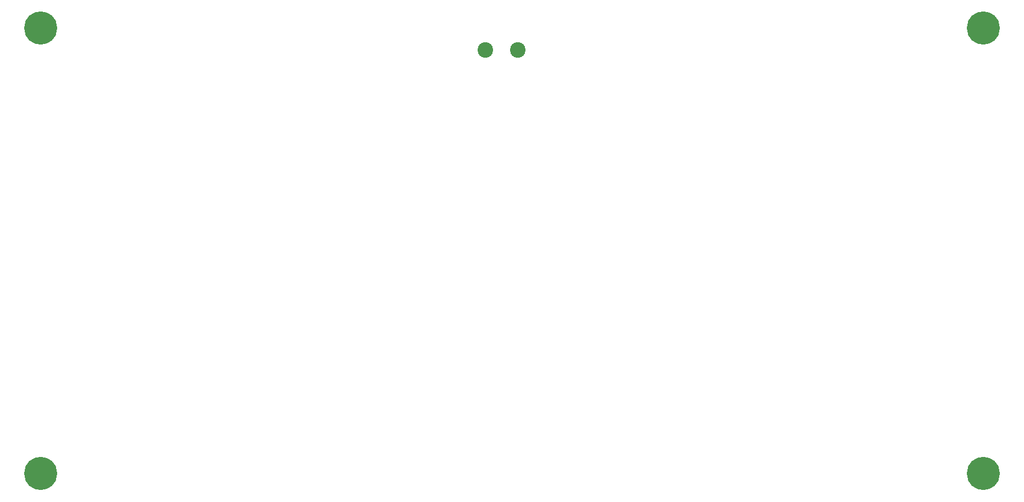
<source format=gbs>
G04*
G04 #@! TF.GenerationSoftware,Altium Limited,Altium Designer,20.1.11 (218)*
G04*
G04 Layer_Color=16711935*
%FSLAX25Y25*%
%MOIN*%
G70*
G04*
G04 #@! TF.SameCoordinates,85017169-990B-49AA-8BCE-B11CB2BCBAEE*
G04*
G04*
G04 #@! TF.FilePolarity,Negative*
G04*
G01*
G75*
%ADD49C,0.09449*%
%ADD50C,0.20079*%
D49*
X318342Y269500D02*
D03*
X298657D02*
D03*
D50*
X29276Y12479D02*
D03*
X600744Y282754D02*
D03*
Y12479D02*
D03*
X29276Y282754D02*
D03*
M02*

</source>
